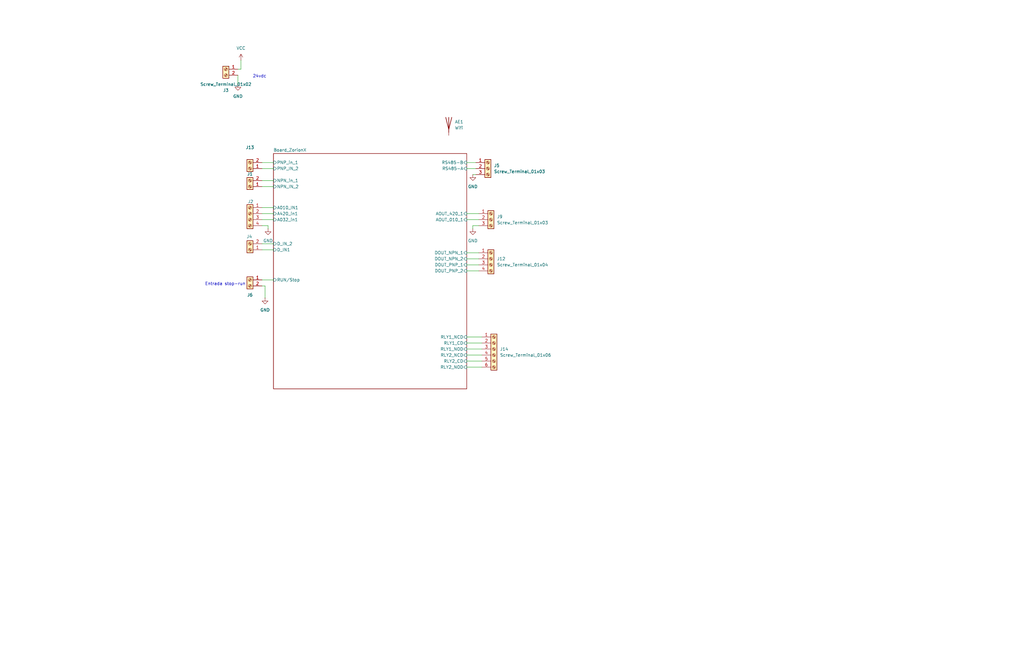
<source format=kicad_sch>
(kicad_sch
	(version 20231120)
	(generator "eeschema")
	(generator_version "8.0")
	(uuid "ae5c9891-8291-492e-8a61-8ac340267b67")
	(paper "B")
	(title_block
		(title "ZorionX-Nivara")
		(date "2025-06-13")
		(rev "1")
		(company "Electia_ITLA")
	)
	(lib_symbols
		(symbol "Connector:Screw_Terminal_01x02"
			(pin_names
				(offset 1.016) hide)
			(exclude_from_sim no)
			(in_bom yes)
			(on_board yes)
			(property "Reference" "J"
				(at 0 2.54 0)
				(effects
					(font
						(size 1.27 1.27)
					)
				)
			)
			(property "Value" "Screw_Terminal_01x02"
				(at 0 -5.08 0)
				(effects
					(font
						(size 1.27 1.27)
					)
				)
			)
			(property "Footprint" ""
				(at 0 0 0)
				(effects
					(font
						(size 1.27 1.27)
					)
					(hide yes)
				)
			)
			(property "Datasheet" "~"
				(at 0 0 0)
				(effects
					(font
						(size 1.27 1.27)
					)
					(hide yes)
				)
			)
			(property "Description" "Generic screw terminal, single row, 01x02, script generated (kicad-library-utils/schlib/autogen/connector/)"
				(at 0 0 0)
				(effects
					(font
						(size 1.27 1.27)
					)
					(hide yes)
				)
			)
			(property "ki_keywords" "screw terminal"
				(at 0 0 0)
				(effects
					(font
						(size 1.27 1.27)
					)
					(hide yes)
				)
			)
			(property "ki_fp_filters" "TerminalBlock*:*"
				(at 0 0 0)
				(effects
					(font
						(size 1.27 1.27)
					)
					(hide yes)
				)
			)
			(symbol "Screw_Terminal_01x02_1_1"
				(rectangle
					(start -1.27 1.27)
					(end 1.27 -3.81)
					(stroke
						(width 0.254)
						(type default)
					)
					(fill
						(type background)
					)
				)
				(circle
					(center 0 -2.54)
					(radius 0.635)
					(stroke
						(width 0.1524)
						(type default)
					)
					(fill
						(type none)
					)
				)
				(polyline
					(pts
						(xy -0.5334 -2.2098) (xy 0.3302 -3.048)
					)
					(stroke
						(width 0.1524)
						(type default)
					)
					(fill
						(type none)
					)
				)
				(polyline
					(pts
						(xy -0.5334 0.3302) (xy 0.3302 -0.508)
					)
					(stroke
						(width 0.1524)
						(type default)
					)
					(fill
						(type none)
					)
				)
				(polyline
					(pts
						(xy -0.3556 -2.032) (xy 0.508 -2.8702)
					)
					(stroke
						(width 0.1524)
						(type default)
					)
					(fill
						(type none)
					)
				)
				(polyline
					(pts
						(xy -0.3556 0.508) (xy 0.508 -0.3302)
					)
					(stroke
						(width 0.1524)
						(type default)
					)
					(fill
						(type none)
					)
				)
				(circle
					(center 0 0)
					(radius 0.635)
					(stroke
						(width 0.1524)
						(type default)
					)
					(fill
						(type none)
					)
				)
				(pin passive line
					(at -5.08 0 0)
					(length 3.81)
					(name "Pin_1"
						(effects
							(font
								(size 1.27 1.27)
							)
						)
					)
					(number "1"
						(effects
							(font
								(size 1.27 1.27)
							)
						)
					)
				)
				(pin passive line
					(at -5.08 -2.54 0)
					(length 3.81)
					(name "Pin_2"
						(effects
							(font
								(size 1.27 1.27)
							)
						)
					)
					(number "2"
						(effects
							(font
								(size 1.27 1.27)
							)
						)
					)
				)
			)
		)
		(symbol "Connector:Screw_Terminal_01x03"
			(pin_names
				(offset 1.016) hide)
			(exclude_from_sim no)
			(in_bom yes)
			(on_board yes)
			(property "Reference" "J"
				(at 0 5.08 0)
				(effects
					(font
						(size 1.27 1.27)
					)
				)
			)
			(property "Value" "Screw_Terminal_01x03"
				(at 0 -5.08 0)
				(effects
					(font
						(size 1.27 1.27)
					)
				)
			)
			(property "Footprint" ""
				(at 0 0 0)
				(effects
					(font
						(size 1.27 1.27)
					)
					(hide yes)
				)
			)
			(property "Datasheet" "~"
				(at 0 0 0)
				(effects
					(font
						(size 1.27 1.27)
					)
					(hide yes)
				)
			)
			(property "Description" "Generic screw terminal, single row, 01x03, script generated (kicad-library-utils/schlib/autogen/connector/)"
				(at 0 0 0)
				(effects
					(font
						(size 1.27 1.27)
					)
					(hide yes)
				)
			)
			(property "ki_keywords" "screw terminal"
				(at 0 0 0)
				(effects
					(font
						(size 1.27 1.27)
					)
					(hide yes)
				)
			)
			(property "ki_fp_filters" "TerminalBlock*:*"
				(at 0 0 0)
				(effects
					(font
						(size 1.27 1.27)
					)
					(hide yes)
				)
			)
			(symbol "Screw_Terminal_01x03_1_1"
				(rectangle
					(start -1.27 3.81)
					(end 1.27 -3.81)
					(stroke
						(width 0.254)
						(type default)
					)
					(fill
						(type background)
					)
				)
				(circle
					(center 0 -2.54)
					(radius 0.635)
					(stroke
						(width 0.1524)
						(type default)
					)
					(fill
						(type none)
					)
				)
				(polyline
					(pts
						(xy -0.5334 -2.2098) (xy 0.3302 -3.048)
					)
					(stroke
						(width 0.1524)
						(type default)
					)
					(fill
						(type none)
					)
				)
				(polyline
					(pts
						(xy -0.5334 0.3302) (xy 0.3302 -0.508)
					)
					(stroke
						(width 0.1524)
						(type default)
					)
					(fill
						(type none)
					)
				)
				(polyline
					(pts
						(xy -0.5334 2.8702) (xy 0.3302 2.032)
					)
					(stroke
						(width 0.1524)
						(type default)
					)
					(fill
						(type none)
					)
				)
				(polyline
					(pts
						(xy -0.3556 -2.032) (xy 0.508 -2.8702)
					)
					(stroke
						(width 0.1524)
						(type default)
					)
					(fill
						(type none)
					)
				)
				(polyline
					(pts
						(xy -0.3556 0.508) (xy 0.508 -0.3302)
					)
					(stroke
						(width 0.1524)
						(type default)
					)
					(fill
						(type none)
					)
				)
				(polyline
					(pts
						(xy -0.3556 3.048) (xy 0.508 2.2098)
					)
					(stroke
						(width 0.1524)
						(type default)
					)
					(fill
						(type none)
					)
				)
				(circle
					(center 0 0)
					(radius 0.635)
					(stroke
						(width 0.1524)
						(type default)
					)
					(fill
						(type none)
					)
				)
				(circle
					(center 0 2.54)
					(radius 0.635)
					(stroke
						(width 0.1524)
						(type default)
					)
					(fill
						(type none)
					)
				)
				(pin passive line
					(at -5.08 2.54 0)
					(length 3.81)
					(name "Pin_1"
						(effects
							(font
								(size 1.27 1.27)
							)
						)
					)
					(number "1"
						(effects
							(font
								(size 1.27 1.27)
							)
						)
					)
				)
				(pin passive line
					(at -5.08 0 0)
					(length 3.81)
					(name "Pin_2"
						(effects
							(font
								(size 1.27 1.27)
							)
						)
					)
					(number "2"
						(effects
							(font
								(size 1.27 1.27)
							)
						)
					)
				)
				(pin passive line
					(at -5.08 -2.54 0)
					(length 3.81)
					(name "Pin_3"
						(effects
							(font
								(size 1.27 1.27)
							)
						)
					)
					(number "3"
						(effects
							(font
								(size 1.27 1.27)
							)
						)
					)
				)
			)
		)
		(symbol "Connector:Screw_Terminal_01x04"
			(pin_names
				(offset 1.016) hide)
			(exclude_from_sim no)
			(in_bom yes)
			(on_board yes)
			(property "Reference" "J"
				(at 0 5.08 0)
				(effects
					(font
						(size 1.27 1.27)
					)
				)
			)
			(property "Value" "Screw_Terminal_01x04"
				(at 0 -7.62 0)
				(effects
					(font
						(size 1.27 1.27)
					)
				)
			)
			(property "Footprint" ""
				(at 0 0 0)
				(effects
					(font
						(size 1.27 1.27)
					)
					(hide yes)
				)
			)
			(property "Datasheet" "~"
				(at 0 0 0)
				(effects
					(font
						(size 1.27 1.27)
					)
					(hide yes)
				)
			)
			(property "Description" "Generic screw terminal, single row, 01x04, script generated (kicad-library-utils/schlib/autogen/connector/)"
				(at 0 0 0)
				(effects
					(font
						(size 1.27 1.27)
					)
					(hide yes)
				)
			)
			(property "ki_keywords" "screw terminal"
				(at 0 0 0)
				(effects
					(font
						(size 1.27 1.27)
					)
					(hide yes)
				)
			)
			(property "ki_fp_filters" "TerminalBlock*:*"
				(at 0 0 0)
				(effects
					(font
						(size 1.27 1.27)
					)
					(hide yes)
				)
			)
			(symbol "Screw_Terminal_01x04_1_1"
				(rectangle
					(start -1.27 3.81)
					(end 1.27 -6.35)
					(stroke
						(width 0.254)
						(type default)
					)
					(fill
						(type background)
					)
				)
				(circle
					(center 0 -5.08)
					(radius 0.635)
					(stroke
						(width 0.1524)
						(type default)
					)
					(fill
						(type none)
					)
				)
				(circle
					(center 0 -2.54)
					(radius 0.635)
					(stroke
						(width 0.1524)
						(type default)
					)
					(fill
						(type none)
					)
				)
				(polyline
					(pts
						(xy -0.5334 -4.7498) (xy 0.3302 -5.588)
					)
					(stroke
						(width 0.1524)
						(type default)
					)
					(fill
						(type none)
					)
				)
				(polyline
					(pts
						(xy -0.5334 -2.2098) (xy 0.3302 -3.048)
					)
					(stroke
						(width 0.1524)
						(type default)
					)
					(fill
						(type none)
					)
				)
				(polyline
					(pts
						(xy -0.5334 0.3302) (xy 0.3302 -0.508)
					)
					(stroke
						(width 0.1524)
						(type default)
					)
					(fill
						(type none)
					)
				)
				(polyline
					(pts
						(xy -0.5334 2.8702) (xy 0.3302 2.032)
					)
					(stroke
						(width 0.1524)
						(type default)
					)
					(fill
						(type none)
					)
				)
				(polyline
					(pts
						(xy -0.3556 -4.572) (xy 0.508 -5.4102)
					)
					(stroke
						(width 0.1524)
						(type default)
					)
					(fill
						(type none)
					)
				)
				(polyline
					(pts
						(xy -0.3556 -2.032) (xy 0.508 -2.8702)
					)
					(stroke
						(width 0.1524)
						(type default)
					)
					(fill
						(type none)
					)
				)
				(polyline
					(pts
						(xy -0.3556 0.508) (xy 0.508 -0.3302)
					)
					(stroke
						(width 0.1524)
						(type default)
					)
					(fill
						(type none)
					)
				)
				(polyline
					(pts
						(xy -0.3556 3.048) (xy 0.508 2.2098)
					)
					(stroke
						(width 0.1524)
						(type default)
					)
					(fill
						(type none)
					)
				)
				(circle
					(center 0 0)
					(radius 0.635)
					(stroke
						(width 0.1524)
						(type default)
					)
					(fill
						(type none)
					)
				)
				(circle
					(center 0 2.54)
					(radius 0.635)
					(stroke
						(width 0.1524)
						(type default)
					)
					(fill
						(type none)
					)
				)
				(pin passive line
					(at -5.08 2.54 0)
					(length 3.81)
					(name "Pin_1"
						(effects
							(font
								(size 1.27 1.27)
							)
						)
					)
					(number "1"
						(effects
							(font
								(size 1.27 1.27)
							)
						)
					)
				)
				(pin passive line
					(at -5.08 0 0)
					(length 3.81)
					(name "Pin_2"
						(effects
							(font
								(size 1.27 1.27)
							)
						)
					)
					(number "2"
						(effects
							(font
								(size 1.27 1.27)
							)
						)
					)
				)
				(pin passive line
					(at -5.08 -2.54 0)
					(length 3.81)
					(name "Pin_3"
						(effects
							(font
								(size 1.27 1.27)
							)
						)
					)
					(number "3"
						(effects
							(font
								(size 1.27 1.27)
							)
						)
					)
				)
				(pin passive line
					(at -5.08 -5.08 0)
					(length 3.81)
					(name "Pin_4"
						(effects
							(font
								(size 1.27 1.27)
							)
						)
					)
					(number "4"
						(effects
							(font
								(size 1.27 1.27)
							)
						)
					)
				)
			)
		)
		(symbol "Connector:Screw_Terminal_01x06"
			(pin_names
				(offset 1.016) hide)
			(exclude_from_sim no)
			(in_bom yes)
			(on_board yes)
			(property "Reference" "J"
				(at 0 7.62 0)
				(effects
					(font
						(size 1.27 1.27)
					)
				)
			)
			(property "Value" "Screw_Terminal_01x06"
				(at 0 -10.16 0)
				(effects
					(font
						(size 1.27 1.27)
					)
				)
			)
			(property "Footprint" ""
				(at 0 0 0)
				(effects
					(font
						(size 1.27 1.27)
					)
					(hide yes)
				)
			)
			(property "Datasheet" "~"
				(at 0 0 0)
				(effects
					(font
						(size 1.27 1.27)
					)
					(hide yes)
				)
			)
			(property "Description" "Generic screw terminal, single row, 01x06, script generated (kicad-library-utils/schlib/autogen/connector/)"
				(at 0 0 0)
				(effects
					(font
						(size 1.27 1.27)
					)
					(hide yes)
				)
			)
			(property "ki_keywords" "screw terminal"
				(at 0 0 0)
				(effects
					(font
						(size 1.27 1.27)
					)
					(hide yes)
				)
			)
			(property "ki_fp_filters" "TerminalBlock*:*"
				(at 0 0 0)
				(effects
					(font
						(size 1.27 1.27)
					)
					(hide yes)
				)
			)
			(symbol "Screw_Terminal_01x06_1_1"
				(rectangle
					(start -1.27 6.35)
					(end 1.27 -8.89)
					(stroke
						(width 0.254)
						(type default)
					)
					(fill
						(type background)
					)
				)
				(circle
					(center 0 -7.62)
					(radius 0.635)
					(stroke
						(width 0.1524)
						(type default)
					)
					(fill
						(type none)
					)
				)
				(circle
					(center 0 -5.08)
					(radius 0.635)
					(stroke
						(width 0.1524)
						(type default)
					)
					(fill
						(type none)
					)
				)
				(circle
					(center 0 -2.54)
					(radius 0.635)
					(stroke
						(width 0.1524)
						(type default)
					)
					(fill
						(type none)
					)
				)
				(polyline
					(pts
						(xy -0.5334 -7.2898) (xy 0.3302 -8.128)
					)
					(stroke
						(width 0.1524)
						(type default)
					)
					(fill
						(type none)
					)
				)
				(polyline
					(pts
						(xy -0.5334 -4.7498) (xy 0.3302 -5.588)
					)
					(stroke
						(width 0.1524)
						(type default)
					)
					(fill
						(type none)
					)
				)
				(polyline
					(pts
						(xy -0.5334 -2.2098) (xy 0.3302 -3.048)
					)
					(stroke
						(width 0.1524)
						(type default)
					)
					(fill
						(type none)
					)
				)
				(polyline
					(pts
						(xy -0.5334 0.3302) (xy 0.3302 -0.508)
					)
					(stroke
						(width 0.1524)
						(type default)
					)
					(fill
						(type none)
					)
				)
				(polyline
					(pts
						(xy -0.5334 2.8702) (xy 0.3302 2.032)
					)
					(stroke
						(width 0.1524)
						(type default)
					)
					(fill
						(type none)
					)
				)
				(polyline
					(pts
						(xy -0.5334 5.4102) (xy 0.3302 4.572)
					)
					(stroke
						(width 0.1524)
						(type default)
					)
					(fill
						(type none)
					)
				)
				(polyline
					(pts
						(xy -0.3556 -7.112) (xy 0.508 -7.9502)
					)
					(stroke
						(width 0.1524)
						(type default)
					)
					(fill
						(type none)
					)
				)
				(polyline
					(pts
						(xy -0.3556 -4.572) (xy 0.508 -5.4102)
					)
					(stroke
						(width 0.1524)
						(type default)
					)
					(fill
						(type none)
					)
				)
				(polyline
					(pts
						(xy -0.3556 -2.032) (xy 0.508 -2.8702)
					)
					(stroke
						(width 0.1524)
						(type default)
					)
					(fill
						(type none)
					)
				)
				(polyline
					(pts
						(xy -0.3556 0.508) (xy 0.508 -0.3302)
					)
					(stroke
						(width 0.1524)
						(type default)
					)
					(fill
						(type none)
					)
				)
				(polyline
					(pts
						(xy -0.3556 3.048) (xy 0.508 2.2098)
					)
					(stroke
						(width 0.1524)
						(type default)
					)
					(fill
						(type none)
					)
				)
				(polyline
					(pts
						(xy -0.3556 5.588) (xy 0.508 4.7498)
					)
					(stroke
						(width 0.1524)
						(type default)
					)
					(fill
						(type none)
					)
				)
				(circle
					(center 0 0)
					(radius 0.635)
					(stroke
						(width 0.1524)
						(type default)
					)
					(fill
						(type none)
					)
				)
				(circle
					(center 0 2.54)
					(radius 0.635)
					(stroke
						(width 0.1524)
						(type default)
					)
					(fill
						(type none)
					)
				)
				(circle
					(center 0 5.08)
					(radius 0.635)
					(stroke
						(width 0.1524)
						(type default)
					)
					(fill
						(type none)
					)
				)
				(pin passive line
					(at -5.08 5.08 0)
					(length 3.81)
					(name "Pin_1"
						(effects
							(font
								(size 1.27 1.27)
							)
						)
					)
					(number "1"
						(effects
							(font
								(size 1.27 1.27)
							)
						)
					)
				)
				(pin passive line
					(at -5.08 2.54 0)
					(length 3.81)
					(name "Pin_2"
						(effects
							(font
								(size 1.27 1.27)
							)
						)
					)
					(number "2"
						(effects
							(font
								(size 1.27 1.27)
							)
						)
					)
				)
				(pin passive line
					(at -5.08 0 0)
					(length 3.81)
					(name "Pin_3"
						(effects
							(font
								(size 1.27 1.27)
							)
						)
					)
					(number "3"
						(effects
							(font
								(size 1.27 1.27)
							)
						)
					)
				)
				(pin passive line
					(at -5.08 -2.54 0)
					(length 3.81)
					(name "Pin_4"
						(effects
							(font
								(size 1.27 1.27)
							)
						)
					)
					(number "4"
						(effects
							(font
								(size 1.27 1.27)
							)
						)
					)
				)
				(pin passive line
					(at -5.08 -5.08 0)
					(length 3.81)
					(name "Pin_5"
						(effects
							(font
								(size 1.27 1.27)
							)
						)
					)
					(number "5"
						(effects
							(font
								(size 1.27 1.27)
							)
						)
					)
				)
				(pin passive line
					(at -5.08 -7.62 0)
					(length 3.81)
					(name "Pin_6"
						(effects
							(font
								(size 1.27 1.27)
							)
						)
					)
					(number "6"
						(effects
							(font
								(size 1.27 1.27)
							)
						)
					)
				)
			)
		)
		(symbol "Device:Antenna"
			(pin_numbers hide)
			(pin_names
				(offset 1.016) hide)
			(exclude_from_sim no)
			(in_bom yes)
			(on_board yes)
			(property "Reference" "AE"
				(at -1.905 1.905 0)
				(effects
					(font
						(size 1.27 1.27)
					)
					(justify right)
				)
			)
			(property "Value" "Antenna"
				(at -1.905 0 0)
				(effects
					(font
						(size 1.27 1.27)
					)
					(justify right)
				)
			)
			(property "Footprint" ""
				(at 0 0 0)
				(effects
					(font
						(size 1.27 1.27)
					)
					(hide yes)
				)
			)
			(property "Datasheet" "~"
				(at 0 0 0)
				(effects
					(font
						(size 1.27 1.27)
					)
					(hide yes)
				)
			)
			(property "Description" "Antenna"
				(at 0 0 0)
				(effects
					(font
						(size 1.27 1.27)
					)
					(hide yes)
				)
			)
			(property "ki_keywords" "antenna"
				(at 0 0 0)
				(effects
					(font
						(size 1.27 1.27)
					)
					(hide yes)
				)
			)
			(symbol "Antenna_0_1"
				(polyline
					(pts
						(xy 0 2.54) (xy 0 -3.81)
					)
					(stroke
						(width 0.254)
						(type default)
					)
					(fill
						(type none)
					)
				)
				(polyline
					(pts
						(xy 1.27 2.54) (xy 0 -2.54) (xy -1.27 2.54)
					)
					(stroke
						(width 0.254)
						(type default)
					)
					(fill
						(type none)
					)
				)
			)
			(symbol "Antenna_1_1"
				(pin input line
					(at 0 -5.08 90)
					(length 2.54)
					(name "A"
						(effects
							(font
								(size 1.27 1.27)
							)
						)
					)
					(number "1"
						(effects
							(font
								(size 1.27 1.27)
							)
						)
					)
				)
			)
		)
		(symbol "power:GND"
			(power)
			(pin_numbers hide)
			(pin_names
				(offset 0) hide)
			(exclude_from_sim no)
			(in_bom yes)
			(on_board yes)
			(property "Reference" "#PWR"
				(at 0 -6.35 0)
				(effects
					(font
						(size 1.27 1.27)
					)
					(hide yes)
				)
			)
			(property "Value" "GND"
				(at 0 -3.81 0)
				(effects
					(font
						(size 1.27 1.27)
					)
				)
			)
			(property "Footprint" ""
				(at 0 0 0)
				(effects
					(font
						(size 1.27 1.27)
					)
					(hide yes)
				)
			)
			(property "Datasheet" ""
				(at 0 0 0)
				(effects
					(font
						(size 1.27 1.27)
					)
					(hide yes)
				)
			)
			(property "Description" "Power symbol creates a global label with name \"GND\" , ground"
				(at 0 0 0)
				(effects
					(font
						(size 1.27 1.27)
					)
					(hide yes)
				)
			)
			(property "ki_keywords" "global power"
				(at 0 0 0)
				(effects
					(font
						(size 1.27 1.27)
					)
					(hide yes)
				)
			)
			(symbol "GND_0_1"
				(polyline
					(pts
						(xy 0 0) (xy 0 -1.27) (xy 1.27 -1.27) (xy 0 -2.54) (xy -1.27 -1.27) (xy 0 -1.27)
					)
					(stroke
						(width 0)
						(type default)
					)
					(fill
						(type none)
					)
				)
			)
			(symbol "GND_1_1"
				(pin power_in line
					(at 0 0 270)
					(length 0)
					(name "~"
						(effects
							(font
								(size 1.27 1.27)
							)
						)
					)
					(number "1"
						(effects
							(font
								(size 1.27 1.27)
							)
						)
					)
				)
			)
		)
		(symbol "power:VCC"
			(power)
			(pin_numbers hide)
			(pin_names
				(offset 0) hide)
			(exclude_from_sim no)
			(in_bom yes)
			(on_board yes)
			(property "Reference" "#PWR"
				(at 0 -3.81 0)
				(effects
					(font
						(size 1.27 1.27)
					)
					(hide yes)
				)
			)
			(property "Value" "VCC"
				(at 0 3.556 0)
				(effects
					(font
						(size 1.27 1.27)
					)
				)
			)
			(property "Footprint" ""
				(at 0 0 0)
				(effects
					(font
						(size 1.27 1.27)
					)
					(hide yes)
				)
			)
			(property "Datasheet" ""
				(at 0 0 0)
				(effects
					(font
						(size 1.27 1.27)
					)
					(hide yes)
				)
			)
			(property "Description" "Power symbol creates a global label with name \"VCC\""
				(at 0 0 0)
				(effects
					(font
						(size 1.27 1.27)
					)
					(hide yes)
				)
			)
			(property "ki_keywords" "global power"
				(at 0 0 0)
				(effects
					(font
						(size 1.27 1.27)
					)
					(hide yes)
				)
			)
			(symbol "VCC_0_1"
				(polyline
					(pts
						(xy -0.762 1.27) (xy 0 2.54)
					)
					(stroke
						(width 0)
						(type default)
					)
					(fill
						(type none)
					)
				)
				(polyline
					(pts
						(xy 0 0) (xy 0 2.54)
					)
					(stroke
						(width 0)
						(type default)
					)
					(fill
						(type none)
					)
				)
				(polyline
					(pts
						(xy 0 2.54) (xy 0.762 1.27)
					)
					(stroke
						(width 0)
						(type default)
					)
					(fill
						(type none)
					)
				)
			)
			(symbol "VCC_1_1"
				(pin power_in line
					(at 0 0 90)
					(length 0)
					(name "~"
						(effects
							(font
								(size 1.27 1.27)
							)
						)
					)
					(number "1"
						(effects
							(font
								(size 1.27 1.27)
							)
						)
					)
				)
			)
		)
	)
	(wire
		(pts
			(xy 196.85 90.17) (xy 201.93 90.17)
		)
		(stroke
			(width 0)
			(type default)
		)
		(uuid "01bf0913-4a71-4e2f-beea-8391bf618c39")
	)
	(wire
		(pts
			(xy 110.49 90.17) (xy 115.316 90.17)
		)
		(stroke
			(width 0)
			(type default)
		)
		(uuid "032b4360-e8aa-40d0-be9b-aad4bdb48f11")
	)
	(wire
		(pts
			(xy 101.6 29.21) (xy 101.6 25.4)
		)
		(stroke
			(width 0)
			(type default)
		)
		(uuid "13d58855-8267-4cc6-8a15-c2a189bc38ac")
	)
	(wire
		(pts
			(xy 196.85 144.78) (xy 203.2 144.78)
		)
		(stroke
			(width 0)
			(type default)
		)
		(uuid "1ececeb9-24a4-4256-8e43-464ed05e626a")
	)
	(wire
		(pts
			(xy 111.76 125.73) (xy 111.76 120.65)
		)
		(stroke
			(width 0)
			(type default)
		)
		(uuid "2337a1c1-da75-4fe5-903c-fb4be7340cb2")
	)
	(wire
		(pts
			(xy 199.39 95.25) (xy 199.39 96.52)
		)
		(stroke
			(width 0)
			(type default)
		)
		(uuid "2c4a722b-34b8-4209-9ad4-a69fac0e3b90")
	)
	(wire
		(pts
			(xy 110.49 105.41) (xy 115.316 105.41)
		)
		(stroke
			(width 0)
			(type default)
		)
		(uuid "34d4a46e-9dae-42ce-8f20-7d8a444ade42")
	)
	(wire
		(pts
			(xy 196.85 149.86) (xy 203.2 149.86)
		)
		(stroke
			(width 0)
			(type default)
		)
		(uuid "38a4c630-af97-41d4-858a-b45af59af1b3")
	)
	(wire
		(pts
			(xy 111.76 120.65) (xy 110.49 120.65)
		)
		(stroke
			(width 0)
			(type default)
		)
		(uuid "3f587437-ba57-48ab-b45e-53bc416ac7db")
	)
	(wire
		(pts
			(xy 196.85 142.24) (xy 203.2 142.24)
		)
		(stroke
			(width 0)
			(type default)
		)
		(uuid "4e278f62-8fa5-49cb-86b5-319f0c20df80")
	)
	(wire
		(pts
			(xy 110.49 102.87) (xy 115.316 102.87)
		)
		(stroke
			(width 0)
			(type default)
		)
		(uuid "54026c87-60e4-4000-a3b9-7e4b915dbead")
	)
	(wire
		(pts
			(xy 196.85 152.4) (xy 203.2 152.4)
		)
		(stroke
			(width 0)
			(type default)
		)
		(uuid "559c4693-00f4-47f7-855e-7771fab2bac4")
	)
	(wire
		(pts
			(xy 196.85 109.22) (xy 201.93 109.22)
		)
		(stroke
			(width 0)
			(type default)
		)
		(uuid "563d4a0e-bbc8-4668-ae81-810be871abd3")
	)
	(wire
		(pts
			(xy 110.49 118.11) (xy 115.316 118.11)
		)
		(stroke
			(width 0)
			(type default)
		)
		(uuid "5dbb0bd6-eb0d-465c-94ed-46a11b70a987")
	)
	(wire
		(pts
			(xy 196.85 106.68) (xy 201.93 106.68)
		)
		(stroke
			(width 0)
			(type default)
		)
		(uuid "66edd36b-1a8b-45b0-8f56-5ca239afa63a")
	)
	(wire
		(pts
			(xy 100.33 31.75) (xy 100.33 35.56)
		)
		(stroke
			(width 0)
			(type default)
		)
		(uuid "7ba398c3-8d86-4c04-8a48-79d334d1a9dc")
	)
	(wire
		(pts
			(xy 113.03 95.25) (xy 113.03 96.52)
		)
		(stroke
			(width 0)
			(type default)
		)
		(uuid "7c5c9068-c92f-4573-b4a1-e718b75e4f51")
	)
	(wire
		(pts
			(xy 196.85 68.58) (xy 200.66 68.58)
		)
		(stroke
			(width 0)
			(type default)
		)
		(uuid "7f96568e-b073-41bd-bc85-75f50a75bfd1")
	)
	(wire
		(pts
			(xy 196.85 71.12) (xy 200.66 71.12)
		)
		(stroke
			(width 0)
			(type default)
		)
		(uuid "81491998-ce41-4a4e-bef7-c1f83bc147d5")
	)
	(wire
		(pts
			(xy 110.49 76.2) (xy 115.316 76.2)
		)
		(stroke
			(width 0)
			(type default)
		)
		(uuid "83ccdcb5-1e40-469f-a684-3188c1c76fbc")
	)
	(wire
		(pts
			(xy 110.49 78.74) (xy 115.316 78.74)
		)
		(stroke
			(width 0)
			(type default)
		)
		(uuid "84a1e679-64d2-4e29-a1ff-e0ceadd143a7")
	)
	(wire
		(pts
			(xy 110.49 95.25) (xy 113.03 95.25)
		)
		(stroke
			(width 0)
			(type default)
		)
		(uuid "862acecf-5127-4e0e-9e6c-eee7fc9cb8f0")
	)
	(wire
		(pts
			(xy 196.85 92.71) (xy 201.93 92.71)
		)
		(stroke
			(width 0)
			(type default)
		)
		(uuid "9f7eaed4-2b87-4459-992d-e274932424c1")
	)
	(wire
		(pts
			(xy 196.85 147.32) (xy 203.2 147.32)
		)
		(stroke
			(width 0)
			(type default)
		)
		(uuid "a6d4fcda-9e9d-4499-ac40-9bb5bd757e3e")
	)
	(wire
		(pts
			(xy 196.85 114.3) (xy 201.93 114.3)
		)
		(stroke
			(width 0)
			(type default)
		)
		(uuid "a8312f46-993b-42a4-95ff-e3387268fc20")
	)
	(wire
		(pts
			(xy 110.49 71.12) (xy 115.316 71.12)
		)
		(stroke
			(width 0)
			(type default)
		)
		(uuid "a95f1765-eb62-4c92-a390-7478b6853ab3")
	)
	(wire
		(pts
			(xy 196.85 154.94) (xy 203.2 154.94)
		)
		(stroke
			(width 0)
			(type default)
		)
		(uuid "b2f09053-a2cb-4a9b-9164-23db07fc24b1")
	)
	(wire
		(pts
			(xy 201.93 95.25) (xy 199.39 95.25)
		)
		(stroke
			(width 0)
			(type default)
		)
		(uuid "c0c51967-95fe-43bb-8e59-b18b0404820a")
	)
	(wire
		(pts
			(xy 110.49 92.71) (xy 115.316 92.71)
		)
		(stroke
			(width 0)
			(type default)
		)
		(uuid "c62a1409-469e-4ada-888c-7d5222b2616f")
	)
	(wire
		(pts
			(xy 100.33 29.21) (xy 101.6 29.21)
		)
		(stroke
			(width 0)
			(type default)
		)
		(uuid "c8a3293b-3270-40c9-a8c4-f253c258639b")
	)
	(wire
		(pts
			(xy 196.85 111.76) (xy 201.93 111.76)
		)
		(stroke
			(width 0)
			(type default)
		)
		(uuid "d3e55efa-a2d1-483d-8e1a-8505b92fa71e")
	)
	(wire
		(pts
			(xy 110.49 87.63) (xy 115.316 87.63)
		)
		(stroke
			(width 0)
			(type default)
		)
		(uuid "f459c9ec-d2b2-4e2f-be03-6e1337b98f13")
	)
	(wire
		(pts
			(xy 199.39 73.66) (xy 200.66 73.66)
		)
		(stroke
			(width 0)
			(type default)
		)
		(uuid "f8bb8b91-7366-4b69-bef2-558c137eda1e")
	)
	(wire
		(pts
			(xy 110.49 68.58) (xy 115.316 68.58)
		)
		(stroke
			(width 0)
			(type default)
		)
		(uuid "fd6573ec-2d1a-48af-9973-f6ee79567195")
	)
	(text "24vdc\n"
		(exclude_from_sim no)
		(at 109.474 32.258 0)
		(effects
			(font
				(size 1.27 1.27)
			)
		)
		(uuid "2088c1ae-8c4d-4ba6-933b-36c6e19217b7")
	)
	(text "Entrada stop-run\n"
		(exclude_from_sim no)
		(at 94.996 119.888 0)
		(effects
			(font
				(size 1.27 1.27)
			)
		)
		(uuid "5ab52a43-346e-40de-901a-a8b5311e195f")
	)
	(symbol
		(lib_id "power:VCC")
		(at 101.6 25.4 0)
		(unit 1)
		(exclude_from_sim no)
		(in_bom yes)
		(on_board yes)
		(dnp no)
		(fields_autoplaced yes)
		(uuid "0253e84d-3c19-4f54-9e29-0bfb7572fc25")
		(property "Reference" "#PWR02"
			(at 101.6 29.21 0)
			(effects
				(font
					(size 1.27 1.27)
				)
				(hide yes)
			)
		)
		(property "Value" "VCC"
			(at 101.6 20.32 0)
			(effects
				(font
					(size 1.27 1.27)
				)
			)
		)
		(property "Footprint" ""
			(at 101.6 25.4 0)
			(effects
				(font
					(size 1.27 1.27)
				)
				(hide yes)
			)
		)
		(property "Datasheet" ""
			(at 101.6 25.4 0)
			(effects
				(font
					(size 1.27 1.27)
				)
				(hide yes)
			)
		)
		(property "Description" "Power symbol creates a global label with name \"VCC\""
			(at 101.6 25.4 0)
			(effects
				(font
					(size 1.27 1.27)
				)
				(hide yes)
			)
		)
		(pin "1"
			(uuid "4a65ce84-0a77-4dc9-a398-bbecd504452b")
		)
		(instances
			(project "ZorionX-Nivara"
				(path "/ae5c9891-8291-492e-8a61-8ac340267b67"
					(reference "#PWR02")
					(unit 1)
				)
			)
		)
	)
	(symbol
		(lib_id "Connector:Screw_Terminal_01x02")
		(at 105.41 105.41 180)
		(unit 1)
		(exclude_from_sim no)
		(in_bom yes)
		(on_board yes)
		(dnp no)
		(uuid "0d2f2358-1545-4c94-ab00-3df032b288ba")
		(property "Reference" "J4"
			(at 105.156 99.822 0)
			(effects
				(font
					(size 1.27 1.27)
				)
			)
		)
		(property "Value" "Screw_Terminal_01x02"
			(at 105.41 99.06 0)
			(effects
				(font
					(size 1.27 1.27)
				)
				(hide yes)
			)
		)
		(property "Footprint" "TerminalBlock_Phoenix:TerminalBlock_Phoenix_PT-1,5-2-5.0-H_1x02_P5.00mm_Horizontal"
			(at 105.41 105.41 0)
			(effects
				(font
					(size 1.27 1.27)
				)
				(hide yes)
			)
		)
		(property "Datasheet" "~"
			(at 105.41 105.41 0)
			(effects
				(font
					(size 1.27 1.27)
				)
				(hide yes)
			)
		)
		(property "Description" "Generic screw terminal, single row, 01x02, script generated (kicad-library-utils/schlib/autogen/connector/)"
			(at 105.41 105.41 0)
			(effects
				(font
					(size 1.27 1.27)
				)
				(hide yes)
			)
		)
		(pin "1"
			(uuid "f6a9d6e4-1fc6-4d89-80f5-f2d3c076b4ca")
		)
		(pin "2"
			(uuid "9299f9b2-5cb1-4d47-bc00-4db96f6d53e0")
		)
		(instances
			(project "ZorionX-Nivara"
				(path "/ae5c9891-8291-492e-8a61-8ac340267b67"
					(reference "J4")
					(unit 1)
				)
			)
		)
	)
	(symbol
		(lib_id "Connector:Screw_Terminal_01x02")
		(at 105.41 71.12 180)
		(unit 1)
		(exclude_from_sim no)
		(in_bom yes)
		(on_board yes)
		(dnp no)
		(fields_autoplaced yes)
		(uuid "0e9d8ce5-c0c1-475f-97dc-fd6dcd8a86fe")
		(property "Reference" "J13"
			(at 105.41 62.23 0)
			(effects
				(font
					(size 1.27 1.27)
				)
			)
		)
		(property "Value" "Screw_Terminal_01x02"
			(at 105.41 64.77 0)
			(effects
				(font
					(size 1.27 1.27)
				)
				(hide yes)
			)
		)
		(property "Footprint" "TerminalBlock_Phoenix:TerminalBlock_Phoenix_PT-1,5-2-5.0-H_1x02_P5.00mm_Horizontal"
			(at 105.41 71.12 0)
			(effects
				(font
					(size 1.27 1.27)
				)
				(hide yes)
			)
		)
		(property "Datasheet" "~"
			(at 105.41 71.12 0)
			(effects
				(font
					(size 1.27 1.27)
				)
				(hide yes)
			)
		)
		(property "Description" "Generic screw terminal, single row, 01x02, script generated (kicad-library-utils/schlib/autogen/connector/)"
			(at 105.41 71.12 0)
			(effects
				(font
					(size 1.27 1.27)
				)
				(hide yes)
			)
		)
		(pin "1"
			(uuid "06e5fbcc-6492-48e0-ab84-30bd0d109064")
		)
		(pin "2"
			(uuid "7770593f-3278-4d19-898e-b95100259fde")
		)
		(instances
			(project "ZorionX-Nivara"
				(path "/ae5c9891-8291-492e-8a61-8ac340267b67"
					(reference "J13")
					(unit 1)
				)
			)
		)
	)
	(symbol
		(lib_id "Connector:Screw_Terminal_01x02")
		(at 105.41 78.74 180)
		(unit 1)
		(exclude_from_sim no)
		(in_bom yes)
		(on_board yes)
		(dnp no)
		(uuid "33afe8b6-af84-4b06-bfd3-75ef87f0dfbe")
		(property "Reference" "J1"
			(at 105.41 73.406 0)
			(effects
				(font
					(size 1.27 1.27)
				)
			)
		)
		(property "Value" "Screw_Terminal_01x02"
			(at 105.41 72.39 0)
			(effects
				(font
					(size 1.27 1.27)
				)
				(hide yes)
			)
		)
		(property "Footprint" "TerminalBlock_Phoenix:TerminalBlock_Phoenix_PT-1,5-2-5.0-H_1x02_P5.00mm_Horizontal"
			(at 105.41 78.74 0)
			(effects
				(font
					(size 1.27 1.27)
				)
				(hide yes)
			)
		)
		(property "Datasheet" "~"
			(at 105.41 78.74 0)
			(effects
				(font
					(size 1.27 1.27)
				)
				(hide yes)
			)
		)
		(property "Description" "Generic screw terminal, single row, 01x02, script generated (kicad-library-utils/schlib/autogen/connector/)"
			(at 105.41 78.74 0)
			(effects
				(font
					(size 1.27 1.27)
				)
				(hide yes)
			)
		)
		(pin "1"
			(uuid "aa187db4-80bd-4c17-a5c9-3ff36018db3c")
		)
		(pin "2"
			(uuid "48833ed0-b324-47cd-85ff-d8536c253f65")
		)
		(instances
			(project "ZorionX-Nivara"
				(path "/ae5c9891-8291-492e-8a61-8ac340267b67"
					(reference "J1")
					(unit 1)
				)
			)
		)
	)
	(symbol
		(lib_id "Connector:Screw_Terminal_01x04")
		(at 105.41 90.17 0)
		(mirror y)
		(unit 1)
		(exclude_from_sim no)
		(in_bom yes)
		(on_board yes)
		(dnp no)
		(uuid "49c12e93-1197-46d1-b905-c6766c1c12e2")
		(property "Reference" "J2"
			(at 105.664 85.09 0)
			(effects
				(font
					(size 1.27 1.27)
				)
			)
		)
		(property "Value" "Screw_Terminal_01x04"
			(at 105.41 99.06 0)
			(effects
				(font
					(size 1.27 1.27)
				)
				(hide yes)
			)
		)
		(property "Footprint" "TerminalBlock_Phoenix:TerminalBlock_Phoenix_PT-1,5-4-5.0-H_1x04_P5.00mm_Horizontal"
			(at 105.41 90.17 0)
			(effects
				(font
					(size 1.27 1.27)
				)
				(hide yes)
			)
		)
		(property "Datasheet" "~"
			(at 105.41 90.17 0)
			(effects
				(font
					(size 1.27 1.27)
				)
				(hide yes)
			)
		)
		(property "Description" "Generic screw terminal, single row, 01x04, script generated (kicad-library-utils/schlib/autogen/connector/)"
			(at 105.41 90.17 0)
			(effects
				(font
					(size 1.27 1.27)
				)
				(hide yes)
			)
		)
		(pin "2"
			(uuid "dddce41e-bebe-4aa3-9af7-964e90f93a20")
		)
		(pin "3"
			(uuid "a60092e3-082d-49c3-84ac-28a237b62462")
		)
		(pin "1"
			(uuid "74569308-f743-4e09-b988-8c8d13018676")
		)
		(pin "4"
			(uuid "0d3f4e76-85f7-4d21-b056-c88868951644")
		)
		(instances
			(project "ZorionX-Nivara"
				(path "/ae5c9891-8291-492e-8a61-8ac340267b67"
					(reference "J2")
					(unit 1)
				)
			)
		)
	)
	(symbol
		(lib_id "power:GND")
		(at 199.39 96.52 0)
		(unit 1)
		(exclude_from_sim no)
		(in_bom yes)
		(on_board yes)
		(dnp no)
		(fields_autoplaced yes)
		(uuid "54969064-70fd-4ffd-998a-f5fdda88b2b7")
		(property "Reference" "#PWR07"
			(at 199.39 102.87 0)
			(effects
				(font
					(size 1.27 1.27)
				)
				(hide yes)
			)
		)
		(property "Value" "GND"
			(at 199.39 101.6 0)
			(effects
				(font
					(size 1.27 1.27)
				)
			)
		)
		(property "Footprint" ""
			(at 199.39 96.52 0)
			(effects
				(font
					(size 1.27 1.27)
				)
				(hide yes)
			)
		)
		(property "Datasheet" ""
			(at 199.39 96.52 0)
			(effects
				(font
					(size 1.27 1.27)
				)
				(hide yes)
			)
		)
		(property "Description" "Power symbol creates a global label with name \"GND\" , ground"
			(at 199.39 96.52 0)
			(effects
				(font
					(size 1.27 1.27)
				)
				(hide yes)
			)
		)
		(pin "1"
			(uuid "e4be6a3e-80b5-4dda-85bc-a1ed9f4b6830")
		)
		(instances
			(project "ZorionX-Nivara"
				(path "/ae5c9891-8291-492e-8a61-8ac340267b67"
					(reference "#PWR07")
					(unit 1)
				)
			)
		)
	)
	(symbol
		(lib_id "power:GND")
		(at 100.33 35.56 0)
		(unit 1)
		(exclude_from_sim no)
		(in_bom yes)
		(on_board yes)
		(dnp no)
		(fields_autoplaced yes)
		(uuid "6b736332-f1e6-44a4-bab3-bcf557f63888")
		(property "Reference" "#PWR01"
			(at 100.33 41.91 0)
			(effects
				(font
					(size 1.27 1.27)
				)
				(hide yes)
			)
		)
		(property "Value" "GND"
			(at 100.33 40.64 0)
			(effects
				(font
					(size 1.27 1.27)
				)
			)
		)
		(property "Footprint" ""
			(at 100.33 35.56 0)
			(effects
				(font
					(size 1.27 1.27)
				)
				(hide yes)
			)
		)
		(property "Datasheet" ""
			(at 100.33 35.56 0)
			(effects
				(font
					(size 1.27 1.27)
				)
				(hide yes)
			)
		)
		(property "Description" "Power symbol creates a global label with name \"GND\" , ground"
			(at 100.33 35.56 0)
			(effects
				(font
					(size 1.27 1.27)
				)
				(hide yes)
			)
		)
		(pin "1"
			(uuid "74ec0910-ba3b-4581-b624-9274ba8e4ba0")
		)
		(instances
			(project "ZorionX-Nivara"
				(path "/ae5c9891-8291-492e-8a61-8ac340267b67"
					(reference "#PWR01")
					(unit 1)
				)
			)
		)
	)
	(symbol
		(lib_id "Device:Antenna")
		(at 189.23 52.07 0)
		(unit 1)
		(exclude_from_sim no)
		(in_bom yes)
		(on_board no)
		(dnp no)
		(fields_autoplaced yes)
		(uuid "6bede650-0f93-4304-9559-4ecb3fb480f2")
		(property "Reference" "AE1"
			(at 191.77 51.4349 0)
			(effects
				(font
					(size 1.27 1.27)
				)
				(justify left)
			)
		)
		(property "Value" "Wifi"
			(at 191.77 53.9749 0)
			(effects
				(font
					(size 1.27 1.27)
				)
				(justify left)
			)
		)
		(property "Footprint" ""
			(at 189.23 52.07 0)
			(effects
				(font
					(size 1.27 1.27)
				)
				(hide yes)
			)
		)
		(property "Datasheet" "~"
			(at 189.23 52.07 0)
			(effects
				(font
					(size 1.27 1.27)
				)
				(hide yes)
			)
		)
		(property "Description" "Antenna"
			(at 189.23 52.07 0)
			(effects
				(font
					(size 1.27 1.27)
				)
				(hide yes)
			)
		)
		(pin "1"
			(uuid "f9889226-c151-42e5-8d7e-a116811a7740")
		)
		(instances
			(project "ZorionX-Nivara"
				(path "/ae5c9891-8291-492e-8a61-8ac340267b67"
					(reference "AE1")
					(unit 1)
				)
			)
		)
	)
	(symbol
		(lib_id "power:GND")
		(at 199.39 73.66 0)
		(unit 1)
		(exclude_from_sim no)
		(in_bom yes)
		(on_board yes)
		(dnp no)
		(fields_autoplaced yes)
		(uuid "8f0c37fd-0c8c-4fcb-a37d-4b8165a6f76e")
		(property "Reference" "#PWR04"
			(at 199.39 80.01 0)
			(effects
				(font
					(size 1.27 1.27)
				)
				(hide yes)
			)
		)
		(property "Value" "GND"
			(at 199.39 78.74 0)
			(effects
				(font
					(size 1.27 1.27)
				)
			)
		)
		(property "Footprint" ""
			(at 199.39 73.66 0)
			(effects
				(font
					(size 1.27 1.27)
				)
				(hide yes)
			)
		)
		(property "Datasheet" ""
			(at 199.39 73.66 0)
			(effects
				(font
					(size 1.27 1.27)
				)
				(hide yes)
			)
		)
		(property "Description" "Power symbol creates a global label with name \"GND\" , ground"
			(at 199.39 73.66 0)
			(effects
				(font
					(size 1.27 1.27)
				)
				(hide yes)
			)
		)
		(pin "1"
			(uuid "039f92de-1914-4ee4-8d34-6a4c217eda14")
		)
		(instances
			(project "ZorionX-Nivara"
				(path "/ae5c9891-8291-492e-8a61-8ac340267b67"
					(reference "#PWR04")
					(unit 1)
				)
			)
		)
	)
	(symbol
		(lib_id "Connector:Screw_Terminal_01x02")
		(at 105.41 118.11 0)
		(mirror y)
		(unit 1)
		(exclude_from_sim no)
		(in_bom yes)
		(on_board yes)
		(dnp no)
		(uuid "9ff505cb-0e2b-429a-babf-3e8ccec926a7")
		(property "Reference" "J6"
			(at 105.41 124.46 0)
			(effects
				(font
					(size 1.27 1.27)
				)
			)
		)
		(property "Value" "Screw_Terminal_01x02"
			(at 105.41 124.46 0)
			(effects
				(font
					(size 1.27 1.27)
				)
				(hide yes)
			)
		)
		(property "Footprint" "TerminalBlock_Phoenix:TerminalBlock_Phoenix_PT-1,5-2-5.0-H_1x02_P5.00mm_Horizontal"
			(at 105.41 118.11 0)
			(effects
				(font
					(size 1.27 1.27)
				)
				(hide yes)
			)
		)
		(property "Datasheet" "~"
			(at 105.41 118.11 0)
			(effects
				(font
					(size 1.27 1.27)
				)
				(hide yes)
			)
		)
		(property "Description" "Generic screw terminal, single row, 01x02, script generated (kicad-library-utils/schlib/autogen/connector/)"
			(at 105.41 118.11 0)
			(effects
				(font
					(size 1.27 1.27)
				)
				(hide yes)
			)
		)
		(pin "1"
			(uuid "3671904b-33be-4586-abee-5f819910dd10")
		)
		(pin "2"
			(uuid "ef4c98a0-6afd-4ad1-905d-46596bbd4381")
		)
		(instances
			(project "ZorionX-Nivara"
				(path "/ae5c9891-8291-492e-8a61-8ac340267b67"
					(reference "J6")
					(unit 1)
				)
			)
		)
	)
	(symbol
		(lib_id "Connector:Screw_Terminal_01x02")
		(at 95.25 29.21 0)
		(mirror y)
		(unit 1)
		(exclude_from_sim no)
		(in_bom yes)
		(on_board yes)
		(dnp no)
		(uuid "aa835318-bd71-42d4-9e10-e700a57da835")
		(property "Reference" "J3"
			(at 95.25 38.1 0)
			(effects
				(font
					(size 1.27 1.27)
				)
			)
		)
		(property "Value" "Screw_Terminal_01x02"
			(at 95.25 35.56 0)
			(effects
				(font
					(size 1.27 1.27)
				)
			)
		)
		(property "Footprint" "TerminalBlock_Phoenix:TerminalBlock_Phoenix_PT-1,5-2-5.0-H_1x02_P5.00mm_Horizontal"
			(at 95.25 29.21 0)
			(effects
				(font
					(size 1.27 1.27)
				)
				(hide yes)
			)
		)
		(property "Datasheet" "~"
			(at 95.25 29.21 0)
			(effects
				(font
					(size 1.27 1.27)
				)
				(hide yes)
			)
		)
		(property "Description" "Generic screw terminal, single row, 01x02, script generated (kicad-library-utils/schlib/autogen/connector/)"
			(at 95.25 29.21 0)
			(effects
				(font
					(size 1.27 1.27)
				)
				(hide yes)
			)
		)
		(pin "1"
			(uuid "24d172e4-08c0-4c6d-b461-b964f8d39308")
		)
		(pin "2"
			(uuid "99e9f3f6-f32e-48d3-8ae0-850a85de2a2b")
		)
		(instances
			(project "ZorionX-Nivara"
				(path "/ae5c9891-8291-492e-8a61-8ac340267b67"
					(reference "J3")
					(unit 1)
				)
			)
		)
	)
	(symbol
		(lib_id "Connector:Screw_Terminal_01x06")
		(at 208.28 147.32 0)
		(unit 1)
		(exclude_from_sim no)
		(in_bom yes)
		(on_board yes)
		(dnp no)
		(fields_autoplaced yes)
		(uuid "ae6a09ac-963f-4615-a90c-41b2991b0b5e")
		(property "Reference" "J14"
			(at 210.82 147.3199 0)
			(effects
				(font
					(size 1.27 1.27)
				)
				(justify left)
			)
		)
		(property "Value" "Screw_Terminal_01x06"
			(at 210.82 149.8599 0)
			(effects
				(font
					(size 1.27 1.27)
				)
				(justify left)
			)
		)
		(property "Footprint" "TerminalBlock_Phoenix:TerminalBlock_Phoenix_PT-1,5-6-5.0-H_1x06_P5.00mm_Horizontal"
			(at 208.28 147.32 0)
			(effects
				(font
					(size 1.27 1.27)
				)
				(hide yes)
			)
		)
		(property "Datasheet" "~"
			(at 208.28 147.32 0)
			(effects
				(font
					(size 1.27 1.27)
				)
				(hide yes)
			)
		)
		(property "Description" "Generic screw terminal, single row, 01x06, script generated (kicad-library-utils/schlib/autogen/connector/)"
			(at 208.28 147.32 0)
			(effects
				(font
					(size 1.27 1.27)
				)
				(hide yes)
			)
		)
		(pin "6"
			(uuid "d780aeff-36fc-453a-a79d-0de405ede5a6")
		)
		(pin "1"
			(uuid "def60003-b640-4134-a955-51ac04a7b973")
		)
		(pin "3"
			(uuid "ada7336b-5753-471b-b159-ea13dacd7033")
		)
		(pin "5"
			(uuid "24ec1b97-7645-4409-83bc-0cacb8fa4c1c")
		)
		(pin "4"
			(uuid "10af2198-46dd-47d5-b8d4-992cab6f8411")
		)
		(pin "2"
			(uuid "a02194a2-7257-41fb-b284-8f6bdbc75dd2")
		)
		(instances
			(project "ZorionX-Nivara"
				(path "/ae5c9891-8291-492e-8a61-8ac340267b67"
					(reference "J14")
					(unit 1)
				)
			)
		)
	)
	(symbol
		(lib_id "Connector:Screw_Terminal_01x03")
		(at 207.01 92.71 0)
		(unit 1)
		(exclude_from_sim no)
		(in_bom yes)
		(on_board yes)
		(dnp no)
		(fields_autoplaced yes)
		(uuid "b94d00f6-eb75-4097-a06c-c2d980053fba")
		(property "Reference" "J9"
			(at 209.55 91.4399 0)
			(effects
				(font
					(size 1.27 1.27)
				)
				(justify left)
			)
		)
		(property "Value" "Screw_Terminal_01x03"
			(at 209.55 93.9799 0)
			(effects
				(font
					(size 1.27 1.27)
				)
				(justify left)
			)
		)
		(property "Footprint" "TerminalBlock_Phoenix:TerminalBlock_Phoenix_PT-1,5-3-3.5-H_1x03_P3.50mm_Horizontal"
			(at 207.01 92.71 0)
			(effects
				(font
					(size 1.27 1.27)
				)
				(hide yes)
			)
		)
		(property "Datasheet" "~"
			(at 207.01 92.71 0)
			(effects
				(font
					(size 1.27 1.27)
				)
				(hide yes)
			)
		)
		(property "Description" "Generic screw terminal, single row, 01x03, script generated (kicad-library-utils/schlib/autogen/connector/)"
			(at 207.01 92.71 0)
			(effects
				(font
					(size 1.27 1.27)
				)
				(hide yes)
			)
		)
		(pin "1"
			(uuid "fd159377-a4aa-4cf0-8a71-2306e8ccce59")
		)
		(pin "2"
			(uuid "b369da1e-d13f-4042-a984-adfdefe66909")
		)
		(pin "3"
			(uuid "16081129-ca57-4df2-91d9-6cf2fc96edd9")
		)
		(instances
			(project "ZorionX-Nivara"
				(path "/ae5c9891-8291-492e-8a61-8ac340267b67"
					(reference "J9")
					(unit 1)
				)
			)
		)
	)
	(symbol
		(lib_id "power:GND")
		(at 113.03 96.52 0)
		(unit 1)
		(exclude_from_sim no)
		(in_bom yes)
		(on_board yes)
		(dnp no)
		(fields_autoplaced yes)
		(uuid "bf01de6c-b55a-43b7-a8d0-f0631951b8d3")
		(property "Reference" "#PWR05"
			(at 113.03 102.87 0)
			(effects
				(font
					(size 1.27 1.27)
				)
				(hide yes)
			)
		)
		(property "Value" "GND"
			(at 113.03 101.6 0)
			(effects
				(font
					(size 1.27 1.27)
				)
			)
		)
		(property "Footprint" ""
			(at 113.03 96.52 0)
			(effects
				(font
					(size 1.27 1.27)
				)
				(hide yes)
			)
		)
		(property "Datasheet" ""
			(at 113.03 96.52 0)
			(effects
				(font
					(size 1.27 1.27)
				)
				(hide yes)
			)
		)
		(property "Description" "Power symbol creates a global label with name \"GND\" , ground"
			(at 113.03 96.52 0)
			(effects
				(font
					(size 1.27 1.27)
				)
				(hide yes)
			)
		)
		(pin "1"
			(uuid "0650ab52-7434-40e5-a6b4-cd2eb0f4b31d")
		)
		(instances
			(project "ZorionX-Nivara"
				(path "/ae5c9891-8291-492e-8a61-8ac340267b67"
					(reference "#PWR05")
					(unit 1)
				)
			)
		)
	)
	(symbol
		(lib_id "Connector:Screw_Terminal_01x03")
		(at 205.74 71.12 0)
		(unit 1)
		(exclude_from_sim no)
		(in_bom yes)
		(on_board yes)
		(dnp no)
		(fields_autoplaced yes)
		(uuid "c78742bf-fab1-4a94-bcf8-5d2a13a43b54")
		(property "Reference" "J5"
			(at 208.28 69.8499 0)
			(effects
				(font
					(size 1.27 1.27)
				)
				(justify left)
			)
		)
		(property "Value" "Screw_Terminal_01x03"
			(at 208.28 72.3899 0)
			(effects
				(font
					(size 1.27 1.27)
				)
				(justify left)
			)
		)
		(property "Footprint" "TerminalBlock_Phoenix:TerminalBlock_Phoenix_PT-1,5-3-3.5-H_1x03_P3.50mm_Horizontal"
			(at 205.74 71.12 0)
			(effects
				(font
					(size 1.27 1.27)
				)
				(hide yes)
			)
		)
		(property "Datasheet" "~"
			(at 205.74 71.12 0)
			(effects
				(font
					(size 1.27 1.27)
				)
				(hide yes)
			)
		)
		(property "Description" "Generic screw terminal, single row, 01x03, script generated (kicad-library-utils/schlib/autogen/connector/)"
			(at 205.74 71.12 0)
			(effects
				(font
					(size 1.27 1.27)
				)
				(hide yes)
			)
		)
		(pin "1"
			(uuid "d3ea20a0-d9dd-4a1a-9948-91e0d0702630")
		)
		(pin "2"
			(uuid "da17ba1d-bc83-4583-b2d5-1acb824a0a52")
		)
		(pin "3"
			(uuid "6c0ec97c-2d8d-4315-b6c0-445334ee22c4")
		)
		(instances
			(project "ZorionX-Nivara"
				(path "/ae5c9891-8291-492e-8a61-8ac340267b67"
					(reference "J5")
					(unit 1)
				)
			)
		)
	)
	(symbol
		(lib_id "Connector:Screw_Terminal_01x04")
		(at 207.01 109.22 0)
		(unit 1)
		(exclude_from_sim no)
		(in_bom yes)
		(on_board yes)
		(dnp no)
		(fields_autoplaced yes)
		(uuid "cbdf4495-52d2-4647-a3ee-9fbd00ec70ed")
		(property "Reference" "J12"
			(at 209.55 109.2199 0)
			(effects
				(font
					(size 1.27 1.27)
				)
				(justify left)
			)
		)
		(property "Value" "Screw_Terminal_01x04"
			(at 209.55 111.7599 0)
			(effects
				(font
					(size 1.27 1.27)
				)
				(justify left)
			)
		)
		(property "Footprint" "TerminalBlock_Phoenix:TerminalBlock_Phoenix_PT-1,5-4-5.0-H_1x04_P5.00mm_Horizontal"
			(at 207.01 109.22 0)
			(effects
				(font
					(size 1.27 1.27)
				)
				(hide yes)
			)
		)
		(property "Datasheet" "~"
			(at 207.01 109.22 0)
			(effects
				(font
					(size 1.27 1.27)
				)
				(hide yes)
			)
		)
		(property "Description" "Generic screw terminal, single row, 01x04, script generated (kicad-library-utils/schlib/autogen/connector/)"
			(at 207.01 109.22 0)
			(effects
				(font
					(size 1.27 1.27)
				)
				(hide yes)
			)
		)
		(pin "2"
			(uuid "c0a79def-73bf-4c98-936a-0dc91260514d")
		)
		(pin "3"
			(uuid "e0764cb3-e28c-4c47-90ae-8068dda282d5")
		)
		(pin "1"
			(uuid "c54160ec-64e9-48e9-a79a-eeaf377e8ba9")
		)
		(pin "4"
			(uuid "9078e246-6c8f-4bcc-a3ce-a245f363c77e")
		)
		(instances
			(project "ZorionX-Nivara"
				(path "/ae5c9891-8291-492e-8a61-8ac340267b67"
					(reference "J12")
					(unit 1)
				)
			)
		)
	)
	(symbol
		(lib_id "power:GND")
		(at 111.76 125.73 0)
		(unit 1)
		(exclude_from_sim no)
		(in_bom yes)
		(on_board yes)
		(dnp no)
		(fields_autoplaced yes)
		(uuid "e74a6015-28c1-4c02-92d9-f3853f4015f1")
		(property "Reference" "#PWR06"
			(at 111.76 132.08 0)
			(effects
				(font
					(size 1.27 1.27)
				)
				(hide yes)
			)
		)
		(property "Value" "GND"
			(at 111.76 130.81 0)
			(effects
				(font
					(size 1.27 1.27)
				)
			)
		)
		(property "Footprint" ""
			(at 111.76 125.73 0)
			(effects
				(font
					(size 1.27 1.27)
				)
				(hide yes)
			)
		)
		(property "Datasheet" ""
			(at 111.76 125.73 0)
			(effects
				(font
					(size 1.27 1.27)
				)
				(hide yes)
			)
		)
		(property "Description" "Power symbol creates a global label with name \"GND\" , ground"
			(at 111.76 125.73 0)
			(effects
				(font
					(size 1.27 1.27)
				)
				(hide yes)
			)
		)
		(pin "1"
			(uuid "443a82f6-d8c9-4f59-9b72-c34fd0560d10")
		)
		(instances
			(project "ZorionX-Nivara"
				(path "/ae5c9891-8291-492e-8a61-8ac340267b67"
					(reference "#PWR06")
					(unit 1)
				)
			)
		)
	)
	(sheet
		(at 115.316 64.77)
		(size 81.534 99.314)
		(fields_autoplaced yes)
		(stroke
			(width 0.1524)
			(type solid)
		)
		(fill
			(color 0 0 0 0.0000)
		)
		(uuid "d47eca49-96e4-4138-8979-47bb60019f67")
		(property "Sheetname" "Board_ZorionX"
			(at 115.316 64.0584 0)
			(effects
				(font
					(size 1.27 1.27)
				)
				(justify left bottom)
			)
		)
		(property "Sheetfile" "Board_ZorionX.kicad_sch"
			(at 115.316 164.6686 0)
			(effects
				(font
					(size 1.27 1.27)
				)
				(justify left top)
				(hide yes)
			)
		)
		(pin "NPN_in_1" input
			(at 115.316 76.2 180)
			(effects
				(font
					(size 1.27 1.27)
				)
				(justify left)
			)
			(uuid "5cd80759-5a06-418f-a41b-213fa2acdc65")
		)
		(pin "NPN_IN_2" input
			(at 115.316 78.74 180)
			(effects
				(font
					(size 1.27 1.27)
				)
				(justify left)
			)
			(uuid "66839633-060e-4234-9318-be0d74c13f14")
		)
		(pin "A010_IN1" input
			(at 115.316 87.63 180)
			(effects
				(font
					(size 1.27 1.27)
				)
				(justify left)
			)
			(uuid "47dc6f78-0ca3-4e65-b6db-173928caba25")
		)
		(pin "D_IN_2" input
			(at 115.316 102.87 180)
			(effects
				(font
					(size 1.27 1.27)
				)
				(justify left)
			)
			(uuid "1df3fa9e-41dc-4ebb-aebd-6e97ac09aaf8")
		)
		(pin "A420_in1" input
			(at 115.316 90.17 180)
			(effects
				(font
					(size 1.27 1.27)
				)
				(justify left)
			)
			(uuid "ba58692f-0780-4d29-9723-5a13b26f94e3")
		)
		(pin "PNP_IN_2" input
			(at 115.316 71.12 180)
			(effects
				(font
					(size 1.27 1.27)
				)
				(justify left)
			)
			(uuid "45c44d30-2165-4d3b-93af-f7180565e689")
		)
		(pin "A032_in1" input
			(at 115.316 92.71 180)
			(effects
				(font
					(size 1.27 1.27)
				)
				(justify left)
			)
			(uuid "701ee689-6d5b-4414-9ea8-e985df3f7c1f")
		)
		(pin "D_IN1" input
			(at 115.316 105.41 180)
			(effects
				(font
					(size 1.27 1.27)
				)
				(justify left)
			)
			(uuid "29af5d68-92b4-480a-8658-e24ece6ae693")
		)
		(pin "AOUT_420_1" input
			(at 196.85 90.17 0)
			(effects
				(font
					(size 1.27 1.27)
				)
				(justify right)
			)
			(uuid "bc6d2a60-4e63-4e57-8052-41f9368e09f0")
		)
		(pin "AOUT_010_1" input
			(at 196.85 92.71 0)
			(effects
				(font
					(size 1.27 1.27)
				)
				(justify right)
			)
			(uuid "e5c4e943-c9bd-46ff-858a-1dbf4da7c52f")
		)
		(pin "RS485-A" input
			(at 196.85 71.12 0)
			(effects
				(font
					(size 1.27 1.27)
				)
				(justify right)
			)
			(uuid "4142c343-12d6-48ba-a34e-d334d993bbd2")
		)
		(pin "RS485-B" input
			(at 196.85 68.58 0)
			(effects
				(font
					(size 1.27 1.27)
				)
				(justify right)
			)
			(uuid "b134a519-d006-40ea-86d7-c5ba12f5f597")
		)
		(pin "RUN{slash}Stop" input
			(at 115.316 118.11 180)
			(effects
				(font
					(size 1.27 1.27)
				)
				(justify left)
			)
			(uuid "8a06317a-6cf8-4b03-a19e-1d4a6aea6915")
		)
		(pin "RLY2_NCD" input
			(at 196.85 149.86 0)
			(effects
				(font
					(size 1.27 1.27)
				)
				(justify right)
			)
			(uuid "69169292-81b8-435d-83e5-90b2b1e3767d")
		)
		(pin "RLY1_NOD" input
			(at 196.85 147.32 0)
			(effects
				(font
					(size 1.27 1.27)
				)
				(justify right)
			)
			(uuid "5233d395-96c9-4d05-a1f7-019f12998d57")
		)
		(pin "RLY2_NOD" input
			(at 196.85 154.94 0)
			(effects
				(font
					(size 1.27 1.27)
				)
				(justify right)
			)
			(uuid "16dd7d7e-bc0d-4530-99c7-624e67797330")
		)
		(pin "RLY1_CD" input
			(at 196.85 144.78 0)
			(effects
				(font
					(size 1.27 1.27)
				)
				(justify right)
			)
			(uuid "056234d7-5aeb-489b-b214-eda3c799d864")
		)
		(pin "RLY1_NCD" input
			(at 196.85 142.24 0)
			(effects
				(font
					(size 1.27 1.27)
				)
				(justify right)
			)
			(uuid "903e8889-3106-48b9-b918-ad330c9bd407")
		)
		(pin "RLY2_CD" input
			(at 196.85 152.4 0)
			(effects
				(font
					(size 1.27 1.27)
				)
				(justify right)
			)
			(uuid "71109da0-5eff-494a-84de-060e327e2633")
		)
		(pin "PNP_in_1" input
			(at 115.316 68.58 180)
			(effects
				(font
					(size 1.27 1.27)
				)
				(justify left)
			)
			(uuid "e0f9c35c-038f-4cc9-8db2-3ba2a230944e")
		)
		(pin "DOUT_NPN_1" input
			(at 196.85 106.68 0)
			(effects
				(font
					(size 1.27 1.27)
				)
				(justify right)
			)
			(uuid "dd5ba03a-3e6a-4652-b260-a8cc3e027e62")
		)
		(pin "DOUT_PNP_2" input
			(at 196.85 114.3 0)
			(effects
				(font
					(size 1.27 1.27)
				)
				(justify right)
			)
			(uuid "8813fabc-9e28-4165-8a9d-e2d5994ea2ff")
		)
		(pin "DOUT_PNP_1" input
			(at 196.85 111.76 0)
			(effects
				(font
					(size 1.27 1.27)
				)
				(justify right)
			)
			(uuid "f7fa2505-0c01-42e4-8d9c-b57602b1b4b9")
		)
		(pin "DOUT_NPN_2" input
			(at 196.85 109.22 0)
			(effects
				(font
					(size 1.27 1.27)
				)
				(justify right)
			)
			(uuid "4417da56-3ea0-4c7c-b89d-23133565f6fe")
		)
		(instances
			(project "ZorionX-Nivara"
				(path "/ae5c9891-8291-492e-8a61-8ac340267b67"
					(page "2")
				)
			)
		)
	)
	(sheet_instances
		(path "/"
			(page "1")
		)
	)
)
</source>
